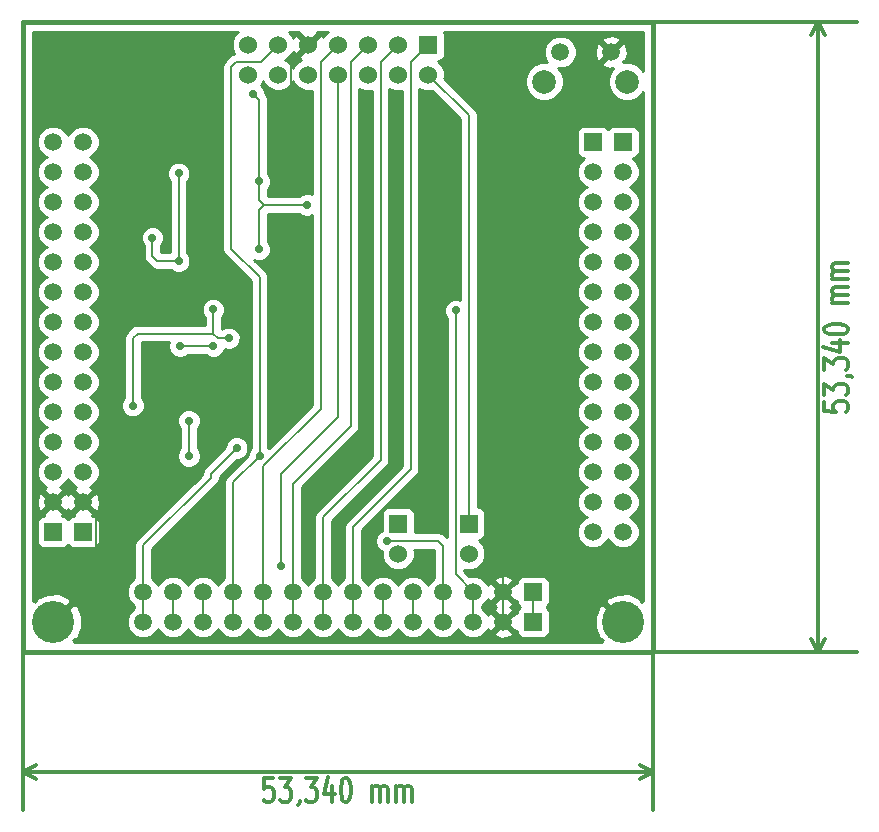
<source format=gbl>
G04 (created by PCBNEW (2013-mar-13)-testing) date Fri 28 Jun 2013 12:11:23 PM CEST*
%MOIN*%
G04 Gerber Fmt 3.4, Leading zero omitted, Abs format*
%FSLAX34Y34*%
G01*
G70*
G90*
G04 APERTURE LIST*
%ADD10C,0.005906*%
%ADD11C,0.015000*%
%ADD12C,0.012000*%
%ADD13C,0.140000*%
%ADD14R,0.060000X0.060000*%
%ADD15C,0.060000*%
%ADD16C,0.059100*%
%ADD17C,0.078700*%
%ADD18R,0.059100X0.059100*%
%ADD19C,0.028000*%
%ADD20C,0.008000*%
%ADD21C,0.010000*%
G04 APERTURE END LIST*
G54D10*
G54D11*
X32500Y-49500D02*
X32500Y-28500D01*
X11500Y-49500D02*
X32500Y-49500D01*
X11500Y-28500D02*
X11500Y-49500D01*
X32500Y-28500D02*
X11500Y-28500D01*
G54D12*
X19828Y-53700D02*
X19542Y-53700D01*
X19514Y-54081D01*
X19542Y-54043D01*
X19599Y-54005D01*
X19742Y-54005D01*
X19799Y-54043D01*
X19828Y-54081D01*
X19857Y-54158D01*
X19857Y-54348D01*
X19828Y-54424D01*
X19799Y-54462D01*
X19742Y-54500D01*
X19599Y-54500D01*
X19542Y-54462D01*
X19514Y-54424D01*
X20057Y-53700D02*
X20428Y-53700D01*
X20228Y-54005D01*
X20314Y-54005D01*
X20371Y-54043D01*
X20399Y-54081D01*
X20428Y-54158D01*
X20428Y-54348D01*
X20399Y-54424D01*
X20371Y-54462D01*
X20314Y-54500D01*
X20142Y-54500D01*
X20085Y-54462D01*
X20057Y-54424D01*
X20714Y-54462D02*
X20714Y-54500D01*
X20685Y-54577D01*
X20657Y-54615D01*
X20914Y-53700D02*
X21285Y-53700D01*
X21085Y-54005D01*
X21171Y-54005D01*
X21228Y-54043D01*
X21257Y-54081D01*
X21285Y-54158D01*
X21285Y-54348D01*
X21257Y-54424D01*
X21228Y-54462D01*
X21171Y-54500D01*
X21000Y-54500D01*
X20942Y-54462D01*
X20914Y-54424D01*
X21800Y-53967D02*
X21800Y-54500D01*
X21657Y-53662D02*
X21514Y-54234D01*
X21885Y-54234D01*
X22228Y-53700D02*
X22285Y-53700D01*
X22342Y-53739D01*
X22371Y-53777D01*
X22400Y-53853D01*
X22428Y-54005D01*
X22428Y-54196D01*
X22400Y-54348D01*
X22371Y-54424D01*
X22342Y-54462D01*
X22285Y-54500D01*
X22228Y-54500D01*
X22171Y-54462D01*
X22142Y-54424D01*
X22114Y-54348D01*
X22085Y-54196D01*
X22085Y-54005D01*
X22114Y-53853D01*
X22142Y-53777D01*
X22171Y-53739D01*
X22228Y-53700D01*
X23142Y-54500D02*
X23142Y-53967D01*
X23142Y-54043D02*
X23171Y-54005D01*
X23228Y-53967D01*
X23314Y-53967D01*
X23371Y-54005D01*
X23400Y-54081D01*
X23400Y-54500D01*
X23400Y-54081D02*
X23428Y-54005D01*
X23485Y-53967D01*
X23571Y-53967D01*
X23628Y-54005D01*
X23657Y-54081D01*
X23657Y-54500D01*
X23942Y-54500D02*
X23942Y-53967D01*
X23942Y-54043D02*
X23971Y-54005D01*
X24028Y-53967D01*
X24114Y-53967D01*
X24171Y-54005D01*
X24200Y-54081D01*
X24200Y-54500D01*
X24200Y-54081D02*
X24228Y-54005D01*
X24285Y-53967D01*
X24371Y-53967D01*
X24428Y-54005D01*
X24457Y-54081D01*
X24457Y-54500D01*
X11500Y-53499D02*
X32500Y-53499D01*
X11500Y-49500D02*
X11500Y-54779D01*
X32500Y-49500D02*
X32500Y-54779D01*
X32500Y-53499D02*
X32057Y-53729D01*
X32500Y-53499D02*
X32057Y-53269D01*
X11500Y-53499D02*
X11943Y-53729D01*
X11500Y-53499D02*
X11943Y-53269D01*
X38201Y-41171D02*
X38201Y-41457D01*
X38582Y-41485D01*
X38544Y-41457D01*
X38506Y-41400D01*
X38506Y-41257D01*
X38544Y-41200D01*
X38582Y-41171D01*
X38659Y-41142D01*
X38849Y-41142D01*
X38925Y-41171D01*
X38963Y-41200D01*
X39001Y-41257D01*
X39001Y-41400D01*
X38963Y-41457D01*
X38925Y-41485D01*
X38201Y-40942D02*
X38201Y-40571D01*
X38506Y-40771D01*
X38506Y-40685D01*
X38544Y-40628D01*
X38582Y-40600D01*
X38659Y-40571D01*
X38849Y-40571D01*
X38925Y-40600D01*
X38963Y-40628D01*
X39001Y-40685D01*
X39001Y-40857D01*
X38963Y-40914D01*
X38925Y-40942D01*
X38963Y-40285D02*
X39001Y-40285D01*
X39078Y-40314D01*
X39116Y-40342D01*
X38201Y-40085D02*
X38201Y-39714D01*
X38506Y-39914D01*
X38506Y-39828D01*
X38544Y-39771D01*
X38582Y-39742D01*
X38659Y-39714D01*
X38849Y-39714D01*
X38925Y-39742D01*
X38963Y-39771D01*
X39001Y-39828D01*
X39001Y-40000D01*
X38963Y-40057D01*
X38925Y-40085D01*
X38468Y-39200D02*
X39001Y-39200D01*
X38163Y-39342D02*
X38735Y-39485D01*
X38735Y-39114D01*
X38201Y-38771D02*
X38201Y-38714D01*
X38240Y-38657D01*
X38278Y-38628D01*
X38354Y-38600D01*
X38506Y-38571D01*
X38697Y-38571D01*
X38849Y-38600D01*
X38925Y-38628D01*
X38963Y-38657D01*
X39001Y-38714D01*
X39001Y-38771D01*
X38963Y-38828D01*
X38925Y-38857D01*
X38849Y-38885D01*
X38697Y-38914D01*
X38506Y-38914D01*
X38354Y-38885D01*
X38278Y-38857D01*
X38240Y-38828D01*
X38201Y-38771D01*
X39001Y-37857D02*
X38468Y-37857D01*
X38544Y-37857D02*
X38506Y-37828D01*
X38468Y-37771D01*
X38468Y-37685D01*
X38506Y-37628D01*
X38582Y-37599D01*
X39001Y-37599D01*
X38582Y-37599D02*
X38506Y-37571D01*
X38468Y-37514D01*
X38468Y-37428D01*
X38506Y-37371D01*
X38582Y-37342D01*
X39001Y-37342D01*
X39001Y-37057D02*
X38468Y-37057D01*
X38544Y-37057D02*
X38506Y-37028D01*
X38468Y-36971D01*
X38468Y-36885D01*
X38506Y-36828D01*
X38582Y-36799D01*
X39001Y-36799D01*
X38582Y-36799D02*
X38506Y-36771D01*
X38468Y-36714D01*
X38468Y-36628D01*
X38506Y-36571D01*
X38582Y-36542D01*
X39001Y-36542D01*
X38000Y-49500D02*
X38000Y-28500D01*
X32500Y-49500D02*
X39280Y-49500D01*
X32500Y-28500D02*
X39280Y-28500D01*
X38000Y-28500D02*
X38230Y-28943D01*
X38000Y-28500D02*
X37770Y-28943D01*
X38000Y-49500D02*
X38230Y-49057D01*
X38000Y-49500D02*
X37770Y-49057D01*
G54D13*
X12500Y-48500D03*
G54D14*
X26358Y-45221D03*
G54D15*
X26358Y-46221D03*
G54D14*
X23996Y-45221D03*
G54D15*
X23996Y-46221D03*
G54D13*
X31500Y-48500D03*
G54D16*
X31096Y-29500D03*
X29404Y-29500D03*
G54D17*
X31628Y-30484D03*
X28872Y-30484D03*
G54D16*
X13500Y-32500D03*
X13500Y-33500D03*
X13500Y-34500D03*
X13500Y-35500D03*
X13500Y-36500D03*
X13500Y-37500D03*
X13500Y-38500D03*
X13500Y-39500D03*
X13500Y-40500D03*
X13500Y-41500D03*
X13500Y-42500D03*
X13500Y-43500D03*
X13500Y-44500D03*
G54D18*
X13500Y-45500D03*
X12500Y-45500D03*
G54D16*
X12500Y-44500D03*
X12500Y-43500D03*
X12500Y-42500D03*
X12500Y-41500D03*
X12500Y-40500D03*
X12500Y-39500D03*
X12500Y-38500D03*
X12500Y-37500D03*
X12500Y-36500D03*
X12500Y-35500D03*
X12500Y-34500D03*
X12500Y-33500D03*
X12500Y-32500D03*
X15500Y-47500D03*
X16500Y-47500D03*
X17500Y-47500D03*
X18500Y-47500D03*
X19500Y-47500D03*
X20500Y-47500D03*
X21500Y-47500D03*
X22500Y-47500D03*
X23500Y-47500D03*
X24500Y-47500D03*
X25500Y-47500D03*
X26500Y-47500D03*
X27500Y-47500D03*
G54D18*
X28500Y-47500D03*
X28500Y-48500D03*
G54D16*
X27500Y-48500D03*
X26500Y-48500D03*
X25500Y-48500D03*
X24500Y-48500D03*
X23500Y-48500D03*
X22500Y-48500D03*
X21500Y-48500D03*
X20500Y-48500D03*
X19500Y-48500D03*
X18500Y-48500D03*
X17500Y-48500D03*
X16500Y-48500D03*
X15500Y-48500D03*
X30500Y-45500D03*
X30500Y-44500D03*
X30500Y-43500D03*
X30500Y-42500D03*
X30500Y-41500D03*
X30500Y-40500D03*
X30500Y-39500D03*
X30500Y-38500D03*
X30500Y-37500D03*
X30500Y-36500D03*
X30500Y-35500D03*
X30500Y-34500D03*
X30500Y-33500D03*
G54D18*
X30500Y-32500D03*
X31500Y-32500D03*
G54D16*
X31500Y-33500D03*
X31500Y-34500D03*
X31500Y-35500D03*
X31500Y-36500D03*
X31500Y-37500D03*
X31500Y-38500D03*
X31500Y-39500D03*
X31500Y-40500D03*
X31500Y-41500D03*
X31500Y-42500D03*
X31500Y-43500D03*
X31500Y-44500D03*
X31500Y-45500D03*
G54D14*
X25000Y-29250D03*
G54D15*
X25000Y-30250D03*
X24000Y-29250D03*
X24000Y-30250D03*
X23000Y-29250D03*
X23000Y-30250D03*
X22000Y-29250D03*
X22000Y-30250D03*
X21000Y-29250D03*
X21000Y-30250D03*
X20000Y-29250D03*
X20000Y-30250D03*
X19000Y-29250D03*
X19000Y-30250D03*
G54D19*
X18614Y-42695D03*
X16686Y-36468D03*
X15807Y-35684D03*
X17021Y-41783D03*
X17021Y-42964D03*
X16686Y-33545D03*
X16250Y-29200D03*
X17700Y-29200D03*
X17700Y-30250D03*
X15550Y-30250D03*
X16800Y-31800D03*
X17750Y-32750D03*
X14350Y-33200D03*
X14350Y-37000D03*
X14350Y-40700D03*
X19900Y-38800D03*
X20900Y-38800D03*
X22900Y-32800D03*
X23900Y-32800D03*
X25350Y-33550D03*
X25350Y-31750D03*
X25200Y-39850D03*
X25100Y-44450D03*
X22900Y-39650D03*
X21450Y-43950D03*
X15350Y-44700D03*
X16300Y-43750D03*
X18865Y-37754D03*
X14662Y-36468D03*
X14760Y-40209D03*
X14662Y-35188D03*
X19885Y-33805D03*
X18865Y-39304D03*
X27500Y-42984D03*
X20420Y-31410D03*
X19377Y-42956D03*
X23628Y-45800D03*
X15155Y-41288D03*
X17835Y-38080D03*
X18354Y-39043D03*
X16731Y-39304D03*
X17842Y-39304D03*
X20100Y-46640D03*
X25915Y-38114D03*
X19375Y-33805D03*
X20956Y-34597D03*
X19160Y-30889D03*
X19375Y-36073D03*
G54D20*
X28500Y-47500D02*
X28500Y-48500D01*
X15500Y-47500D02*
X15500Y-48500D01*
X17755Y-43554D02*
X18614Y-42695D01*
X17755Y-43692D02*
X17755Y-43554D01*
X15500Y-45947D02*
X17755Y-43692D01*
X15500Y-47500D02*
X15500Y-45947D01*
X17500Y-48500D02*
X17500Y-47500D01*
X16500Y-48500D02*
X16500Y-47500D01*
X15807Y-36308D02*
X15807Y-35684D01*
X15968Y-36468D02*
X15807Y-36308D01*
X16686Y-36468D02*
X15968Y-36468D01*
X17021Y-41783D02*
X17021Y-42964D01*
X16686Y-36468D02*
X16686Y-33545D01*
X17700Y-30250D02*
X17700Y-29200D01*
X15550Y-30550D02*
X15550Y-30250D01*
X16800Y-31800D02*
X15550Y-30550D01*
X14800Y-32750D02*
X17750Y-32750D01*
X14350Y-33200D02*
X14800Y-32750D01*
X14350Y-40700D02*
X14350Y-37000D01*
X20900Y-38800D02*
X19900Y-38800D01*
X25350Y-31750D02*
X25350Y-33550D01*
X25200Y-44350D02*
X25200Y-39850D01*
X25100Y-44450D02*
X25200Y-44350D01*
X22900Y-42500D02*
X22900Y-39650D01*
X21450Y-43950D02*
X22900Y-42500D01*
X13500Y-44500D02*
X14250Y-43750D01*
X14250Y-43750D02*
X16300Y-43750D01*
X27500Y-47500D02*
X27500Y-48500D01*
X14662Y-36468D02*
X14662Y-35188D01*
X20420Y-31050D02*
X20420Y-31410D01*
X18865Y-37754D02*
X18865Y-39304D01*
X14760Y-37494D02*
X14920Y-37334D01*
X14760Y-40209D02*
X14760Y-37494D01*
X27500Y-47500D02*
X27500Y-42984D01*
X14920Y-37080D02*
X14920Y-37334D01*
X14662Y-36822D02*
X14920Y-37080D01*
X14662Y-36468D02*
X14662Y-36822D01*
X20420Y-29829D02*
X21000Y-29250D01*
X20420Y-31050D02*
X20420Y-29829D01*
X18445Y-37334D02*
X14920Y-37334D01*
X18865Y-37754D02*
X18445Y-37334D01*
X14760Y-43239D02*
X14760Y-40209D01*
X13500Y-44500D02*
X14760Y-43239D01*
X13915Y-47084D02*
X12500Y-48500D01*
X13915Y-44915D02*
X13915Y-47084D01*
X13500Y-44500D02*
X13915Y-44915D01*
X20420Y-33271D02*
X20420Y-31410D01*
X19885Y-33805D02*
X20420Y-33271D01*
X26357Y-31607D02*
X26357Y-45220D01*
X25000Y-30250D02*
X26357Y-31607D01*
X18500Y-47500D02*
X18500Y-48500D01*
X18500Y-43834D02*
X19377Y-42956D01*
X18500Y-47500D02*
X18500Y-43834D01*
X19377Y-37010D02*
X19377Y-42956D01*
X18419Y-36052D02*
X19377Y-37010D01*
X18419Y-29990D02*
X18419Y-36052D01*
X18579Y-29829D02*
X18419Y-29990D01*
X19420Y-29829D02*
X18579Y-29829D01*
X20000Y-29250D02*
X19420Y-29829D01*
X25500Y-47500D02*
X25500Y-48500D01*
X25339Y-45800D02*
X23628Y-45800D01*
X25500Y-45960D02*
X25339Y-45800D01*
X25500Y-47500D02*
X25500Y-45960D01*
X24500Y-48500D02*
X24500Y-47500D01*
X15316Y-38883D02*
X17835Y-38883D01*
X15155Y-39043D02*
X15316Y-38883D01*
X15155Y-41288D02*
X15155Y-39043D01*
X17835Y-38883D02*
X17835Y-38080D01*
X17996Y-39043D02*
X18354Y-39043D01*
X17835Y-38883D02*
X17996Y-39043D01*
X16731Y-39304D02*
X17842Y-39304D01*
X19500Y-47500D02*
X19500Y-48500D01*
X21420Y-29829D02*
X22000Y-29250D01*
X21420Y-41394D02*
X21420Y-29829D01*
X19500Y-43314D02*
X21420Y-41394D01*
X19500Y-47500D02*
X19500Y-43314D01*
X21500Y-47500D02*
X21500Y-48500D01*
X23420Y-29829D02*
X24000Y-29250D01*
X23420Y-43088D02*
X23420Y-29829D01*
X21500Y-45008D02*
X23420Y-43088D01*
X21500Y-47500D02*
X21500Y-45008D01*
X22500Y-47500D02*
X22500Y-48500D01*
X24420Y-29829D02*
X25000Y-29250D01*
X24420Y-43408D02*
X24420Y-29829D01*
X22500Y-45328D02*
X24420Y-43408D01*
X22500Y-47500D02*
X22500Y-45328D01*
X23500Y-47500D02*
X23500Y-48500D01*
X22000Y-41672D02*
X22000Y-30250D01*
X20100Y-43572D02*
X22000Y-41672D01*
X20100Y-46640D02*
X20100Y-43572D01*
X20500Y-47500D02*
X20500Y-48500D01*
X22420Y-29829D02*
X23000Y-29250D01*
X22420Y-41968D02*
X22420Y-29829D01*
X20500Y-43888D02*
X22420Y-41968D01*
X20500Y-47500D02*
X20500Y-43888D01*
X26500Y-47500D02*
X26500Y-48500D01*
X25915Y-46915D02*
X25915Y-38114D01*
X26500Y-47500D02*
X25915Y-46915D01*
X20956Y-34597D02*
X19536Y-34597D01*
X19375Y-31105D02*
X19160Y-30889D01*
X19375Y-33805D02*
X19375Y-31105D01*
X19375Y-34757D02*
X19375Y-36073D01*
X19536Y-34597D02*
X19375Y-34757D01*
X19375Y-34437D02*
X19536Y-34597D01*
X19375Y-33805D02*
X19375Y-34437D01*
G54D10*
G36*
X21130Y-34247D02*
X21033Y-34207D01*
X20878Y-34207D01*
X20735Y-34266D01*
X20694Y-34307D01*
X19665Y-34307D01*
X19665Y-34066D01*
X19706Y-34026D01*
X19765Y-33883D01*
X19766Y-33728D01*
X19706Y-33584D01*
X19665Y-33543D01*
X19665Y-31105D01*
X19665Y-31105D01*
X19665Y-31105D01*
X19647Y-31012D01*
X19643Y-30994D01*
X19643Y-30994D01*
X19581Y-30900D01*
X19550Y-30869D01*
X19550Y-30812D01*
X19490Y-30668D01*
X19424Y-30602D01*
X19465Y-30561D01*
X19499Y-30480D01*
X19533Y-30561D01*
X19688Y-30715D01*
X19890Y-30799D01*
X20108Y-30800D01*
X20311Y-30716D01*
X20465Y-30561D01*
X20499Y-30480D01*
X20533Y-30561D01*
X20688Y-30715D01*
X20890Y-30799D01*
X21108Y-30800D01*
X21130Y-30791D01*
X21130Y-34247D01*
X21130Y-34247D01*
G37*
G54D21*
X21130Y-34247D02*
X21033Y-34207D01*
X20878Y-34207D01*
X20735Y-34266D01*
X20694Y-34307D01*
X19665Y-34307D01*
X19665Y-34066D01*
X19706Y-34026D01*
X19765Y-33883D01*
X19766Y-33728D01*
X19706Y-33584D01*
X19665Y-33543D01*
X19665Y-31105D01*
X19665Y-31105D01*
X19665Y-31105D01*
X19647Y-31012D01*
X19643Y-30994D01*
X19643Y-30994D01*
X19581Y-30900D01*
X19550Y-30869D01*
X19550Y-30812D01*
X19490Y-30668D01*
X19424Y-30602D01*
X19465Y-30561D01*
X19499Y-30480D01*
X19533Y-30561D01*
X19688Y-30715D01*
X19890Y-30799D01*
X20108Y-30800D01*
X20311Y-30716D01*
X20465Y-30561D01*
X20499Y-30480D01*
X20533Y-30561D01*
X20688Y-30715D01*
X20890Y-30799D01*
X21108Y-30800D01*
X21130Y-30791D01*
X21130Y-34247D01*
G54D10*
G36*
X21130Y-41274D02*
X19688Y-42715D01*
X19667Y-42694D01*
X19667Y-37010D01*
X19667Y-37010D01*
X19657Y-36957D01*
X19645Y-36899D01*
X19645Y-36899D01*
X19645Y-36899D01*
X19610Y-36846D01*
X19583Y-36805D01*
X19583Y-36805D01*
X19583Y-36805D01*
X19583Y-36805D01*
X19201Y-36423D01*
X19298Y-36463D01*
X19453Y-36463D01*
X19596Y-36404D01*
X19706Y-36295D01*
X19765Y-36151D01*
X19766Y-35996D01*
X19706Y-35853D01*
X19665Y-35812D01*
X19665Y-34887D01*
X20694Y-34887D01*
X20734Y-34927D01*
X20878Y-34987D01*
X21033Y-34987D01*
X21130Y-34947D01*
X21130Y-41274D01*
X21130Y-41274D01*
G37*
G54D21*
X21130Y-41274D02*
X19688Y-42715D01*
X19667Y-42694D01*
X19667Y-37010D01*
X19667Y-37010D01*
X19657Y-36957D01*
X19645Y-36899D01*
X19645Y-36899D01*
X19645Y-36899D01*
X19610Y-36846D01*
X19583Y-36805D01*
X19583Y-36805D01*
X19583Y-36805D01*
X19583Y-36805D01*
X19201Y-36423D01*
X19298Y-36463D01*
X19453Y-36463D01*
X19596Y-36404D01*
X19706Y-36295D01*
X19765Y-36151D01*
X19766Y-35996D01*
X19706Y-35853D01*
X19665Y-35812D01*
X19665Y-34887D01*
X20694Y-34887D01*
X20734Y-34927D01*
X20878Y-34987D01*
X21033Y-34987D01*
X21130Y-34947D01*
X21130Y-41274D01*
G54D10*
G36*
X21647Y-28825D02*
X21534Y-28938D01*
X21502Y-29013D01*
X21481Y-28962D01*
X21385Y-28934D01*
X21070Y-29250D01*
X21076Y-29255D01*
X21005Y-29326D01*
X21000Y-29320D01*
X20684Y-29635D01*
X20712Y-29731D01*
X20767Y-29750D01*
X20688Y-29783D01*
X20534Y-29938D01*
X20500Y-30019D01*
X20466Y-29938D01*
X20311Y-29784D01*
X20230Y-29750D01*
X20311Y-29716D01*
X20465Y-29561D01*
X20497Y-29486D01*
X20518Y-29537D01*
X20614Y-29565D01*
X20929Y-29250D01*
X20614Y-28934D01*
X20518Y-28962D01*
X20499Y-29017D01*
X20466Y-28938D01*
X20352Y-28825D01*
X20696Y-28825D01*
X20684Y-28864D01*
X21000Y-29179D01*
X21315Y-28864D01*
X21303Y-28825D01*
X21647Y-28825D01*
X21647Y-28825D01*
G37*
G54D21*
X21647Y-28825D02*
X21534Y-28938D01*
X21502Y-29013D01*
X21481Y-28962D01*
X21385Y-28934D01*
X21070Y-29250D01*
X21076Y-29255D01*
X21005Y-29326D01*
X21000Y-29320D01*
X20684Y-29635D01*
X20712Y-29731D01*
X20767Y-29750D01*
X20688Y-29783D01*
X20534Y-29938D01*
X20500Y-30019D01*
X20466Y-29938D01*
X20311Y-29784D01*
X20230Y-29750D01*
X20311Y-29716D01*
X20465Y-29561D01*
X20497Y-29486D01*
X20518Y-29537D01*
X20614Y-29565D01*
X20929Y-29250D01*
X20614Y-28934D01*
X20518Y-28962D01*
X20499Y-29017D01*
X20466Y-28938D01*
X20352Y-28825D01*
X20696Y-28825D01*
X20684Y-28864D01*
X21000Y-29179D01*
X21315Y-28864D01*
X21303Y-28825D01*
X21647Y-28825D01*
G54D10*
G36*
X23130Y-42968D02*
X21294Y-44803D01*
X21232Y-44897D01*
X21210Y-45008D01*
X21210Y-47029D01*
X21191Y-47037D01*
X21037Y-47190D01*
X21000Y-47281D01*
X20962Y-47191D01*
X20809Y-47037D01*
X20790Y-47029D01*
X20790Y-44008D01*
X22625Y-42173D01*
X22687Y-42079D01*
X22710Y-41968D01*
X22710Y-30725D01*
X22890Y-30799D01*
X23108Y-30800D01*
X23130Y-30791D01*
X23130Y-42968D01*
X23130Y-42968D01*
G37*
G54D21*
X23130Y-42968D02*
X21294Y-44803D01*
X21232Y-44897D01*
X21210Y-45008D01*
X21210Y-47029D01*
X21191Y-47037D01*
X21037Y-47190D01*
X21000Y-47281D01*
X20962Y-47191D01*
X20809Y-47037D01*
X20790Y-47029D01*
X20790Y-44008D01*
X22625Y-42173D01*
X22687Y-42079D01*
X22710Y-41968D01*
X22710Y-30725D01*
X22890Y-30799D01*
X23108Y-30800D01*
X23130Y-30791D01*
X23130Y-42968D01*
G54D10*
G36*
X24130Y-43288D02*
X22294Y-45123D01*
X22232Y-45217D01*
X22210Y-45328D01*
X22210Y-47029D01*
X22191Y-47037D01*
X22037Y-47190D01*
X22000Y-47281D01*
X21962Y-47191D01*
X21809Y-47037D01*
X21790Y-47029D01*
X21790Y-45128D01*
X23625Y-43293D01*
X23687Y-43199D01*
X23710Y-43088D01*
X23710Y-30725D01*
X23890Y-30799D01*
X24108Y-30800D01*
X24130Y-30791D01*
X24130Y-43288D01*
X24130Y-43288D01*
G37*
G54D21*
X24130Y-43288D02*
X22294Y-45123D01*
X22232Y-45217D01*
X22210Y-45328D01*
X22210Y-47029D01*
X22191Y-47037D01*
X22037Y-47190D01*
X22000Y-47281D01*
X21962Y-47191D01*
X21809Y-47037D01*
X21790Y-47029D01*
X21790Y-45128D01*
X23625Y-43293D01*
X23687Y-43199D01*
X23710Y-43088D01*
X23710Y-30725D01*
X23890Y-30799D01*
X24108Y-30800D01*
X24130Y-30791D01*
X24130Y-43288D01*
G54D10*
G36*
X26067Y-37755D02*
X25993Y-37724D01*
X25838Y-37724D01*
X25694Y-37783D01*
X25585Y-37893D01*
X25525Y-38036D01*
X25525Y-38191D01*
X25584Y-38335D01*
X25625Y-38376D01*
X25625Y-45676D01*
X25545Y-45595D01*
X25450Y-45532D01*
X25339Y-45510D01*
X24546Y-45510D01*
X24546Y-45471D01*
X24546Y-44871D01*
X24507Y-44779D01*
X24437Y-44709D01*
X24345Y-44671D01*
X24246Y-44671D01*
X23646Y-44671D01*
X23554Y-44709D01*
X23484Y-44779D01*
X23446Y-44871D01*
X23446Y-44970D01*
X23446Y-45454D01*
X23407Y-45470D01*
X23297Y-45579D01*
X23238Y-45722D01*
X23238Y-45878D01*
X23297Y-46021D01*
X23407Y-46131D01*
X23446Y-46147D01*
X23445Y-46329D01*
X23529Y-46532D01*
X23684Y-46686D01*
X23886Y-46770D01*
X24104Y-46771D01*
X24307Y-46687D01*
X24461Y-46532D01*
X24545Y-46330D01*
X24546Y-46112D01*
X24537Y-46090D01*
X25210Y-46090D01*
X25210Y-47029D01*
X25191Y-47037D01*
X25037Y-47190D01*
X25000Y-47281D01*
X24962Y-47191D01*
X24809Y-47037D01*
X24608Y-46954D01*
X24391Y-46954D01*
X24191Y-47037D01*
X24037Y-47190D01*
X24000Y-47281D01*
X23962Y-47191D01*
X23809Y-47037D01*
X23608Y-46954D01*
X23391Y-46954D01*
X23191Y-47037D01*
X23037Y-47190D01*
X23000Y-47281D01*
X22962Y-47191D01*
X22809Y-47037D01*
X22790Y-47029D01*
X22790Y-45448D01*
X24625Y-43613D01*
X24687Y-43519D01*
X24710Y-43408D01*
X24710Y-30725D01*
X24890Y-30799D01*
X25108Y-30800D01*
X25130Y-30791D01*
X26067Y-31728D01*
X26067Y-37755D01*
X26067Y-37755D01*
G37*
G54D21*
X26067Y-37755D02*
X25993Y-37724D01*
X25838Y-37724D01*
X25694Y-37783D01*
X25585Y-37893D01*
X25525Y-38036D01*
X25525Y-38191D01*
X25584Y-38335D01*
X25625Y-38376D01*
X25625Y-45676D01*
X25545Y-45595D01*
X25450Y-45532D01*
X25339Y-45510D01*
X24546Y-45510D01*
X24546Y-45471D01*
X24546Y-44871D01*
X24507Y-44779D01*
X24437Y-44709D01*
X24345Y-44671D01*
X24246Y-44671D01*
X23646Y-44671D01*
X23554Y-44709D01*
X23484Y-44779D01*
X23446Y-44871D01*
X23446Y-44970D01*
X23446Y-45454D01*
X23407Y-45470D01*
X23297Y-45579D01*
X23238Y-45722D01*
X23238Y-45878D01*
X23297Y-46021D01*
X23407Y-46131D01*
X23446Y-46147D01*
X23445Y-46329D01*
X23529Y-46532D01*
X23684Y-46686D01*
X23886Y-46770D01*
X24104Y-46771D01*
X24307Y-46687D01*
X24461Y-46532D01*
X24545Y-46330D01*
X24546Y-46112D01*
X24537Y-46090D01*
X25210Y-46090D01*
X25210Y-47029D01*
X25191Y-47037D01*
X25037Y-47190D01*
X25000Y-47281D01*
X24962Y-47191D01*
X24809Y-47037D01*
X24608Y-46954D01*
X24391Y-46954D01*
X24191Y-47037D01*
X24037Y-47190D01*
X24000Y-47281D01*
X23962Y-47191D01*
X23809Y-47037D01*
X23608Y-46954D01*
X23391Y-46954D01*
X23191Y-47037D01*
X23037Y-47190D01*
X23000Y-47281D01*
X22962Y-47191D01*
X22809Y-47037D01*
X22790Y-47029D01*
X22790Y-45448D01*
X24625Y-43613D01*
X24687Y-43519D01*
X24710Y-43408D01*
X24710Y-30725D01*
X24890Y-30799D01*
X25108Y-30800D01*
X25130Y-30791D01*
X26067Y-31728D01*
X26067Y-37755D01*
G54D10*
G36*
X32175Y-47806D02*
X32148Y-47780D01*
X32104Y-47824D01*
X32045Y-47719D01*
X32045Y-45391D01*
X31962Y-45191D01*
X31809Y-45037D01*
X31718Y-45000D01*
X31808Y-44962D01*
X31962Y-44809D01*
X32045Y-44608D01*
X32045Y-44391D01*
X31962Y-44191D01*
X31809Y-44037D01*
X31718Y-44000D01*
X31808Y-43962D01*
X31962Y-43809D01*
X32045Y-43608D01*
X32045Y-43391D01*
X31962Y-43191D01*
X31809Y-43037D01*
X31718Y-43000D01*
X31808Y-42962D01*
X31962Y-42809D01*
X32045Y-42608D01*
X32045Y-42391D01*
X31962Y-42191D01*
X31809Y-42037D01*
X31718Y-42000D01*
X31808Y-41962D01*
X31962Y-41809D01*
X32045Y-41608D01*
X32045Y-41391D01*
X31962Y-41191D01*
X31809Y-41037D01*
X31718Y-41000D01*
X31808Y-40962D01*
X31962Y-40809D01*
X32045Y-40608D01*
X32045Y-40391D01*
X31962Y-40191D01*
X31809Y-40037D01*
X31718Y-40000D01*
X31808Y-39962D01*
X31962Y-39809D01*
X32045Y-39608D01*
X32045Y-39391D01*
X31962Y-39191D01*
X31809Y-39037D01*
X31718Y-39000D01*
X31808Y-38962D01*
X31962Y-38809D01*
X32045Y-38608D01*
X32045Y-38391D01*
X31962Y-38191D01*
X31809Y-38037D01*
X31718Y-38000D01*
X31808Y-37962D01*
X31962Y-37809D01*
X32045Y-37608D01*
X32045Y-37391D01*
X31962Y-37191D01*
X31809Y-37037D01*
X31718Y-37000D01*
X31808Y-36962D01*
X31962Y-36809D01*
X32045Y-36608D01*
X32045Y-36391D01*
X31962Y-36191D01*
X31809Y-36037D01*
X31718Y-36000D01*
X31808Y-35962D01*
X31962Y-35809D01*
X32045Y-35608D01*
X32045Y-35391D01*
X31962Y-35191D01*
X31809Y-35037D01*
X31718Y-35000D01*
X31808Y-34962D01*
X31962Y-34809D01*
X32045Y-34608D01*
X32045Y-34391D01*
X31962Y-34191D01*
X31809Y-34037D01*
X31718Y-34000D01*
X31808Y-33962D01*
X31962Y-33809D01*
X32045Y-33608D01*
X32045Y-33391D01*
X31962Y-33191D01*
X31817Y-33045D01*
X31845Y-33045D01*
X31937Y-33007D01*
X32007Y-32937D01*
X32045Y-32845D01*
X32045Y-32745D01*
X32045Y-32154D01*
X32007Y-32062D01*
X31937Y-31992D01*
X31845Y-31954D01*
X31745Y-31954D01*
X31154Y-31954D01*
X31062Y-31992D01*
X30999Y-32055D01*
X30937Y-31992D01*
X30845Y-31954D01*
X30745Y-31954D01*
X30154Y-31954D01*
X30062Y-31992D01*
X29992Y-32062D01*
X29954Y-32154D01*
X29954Y-32254D01*
X29954Y-32845D01*
X29992Y-32937D01*
X30062Y-33007D01*
X30154Y-33045D01*
X30183Y-33045D01*
X30037Y-33190D01*
X29954Y-33391D01*
X29954Y-33608D01*
X30037Y-33808D01*
X30190Y-33962D01*
X30281Y-33999D01*
X30191Y-34037D01*
X30037Y-34190D01*
X29954Y-34391D01*
X29954Y-34608D01*
X30037Y-34808D01*
X30190Y-34962D01*
X30281Y-34999D01*
X30191Y-35037D01*
X30037Y-35190D01*
X29954Y-35391D01*
X29954Y-35608D01*
X30037Y-35808D01*
X30190Y-35962D01*
X30281Y-35999D01*
X30191Y-36037D01*
X30037Y-36190D01*
X29954Y-36391D01*
X29954Y-36608D01*
X30037Y-36808D01*
X30190Y-36962D01*
X30281Y-36999D01*
X30191Y-37037D01*
X30037Y-37190D01*
X29954Y-37391D01*
X29954Y-37608D01*
X30037Y-37808D01*
X30190Y-37962D01*
X30281Y-37999D01*
X30191Y-38037D01*
X30037Y-38190D01*
X29954Y-38391D01*
X29954Y-38608D01*
X30037Y-38808D01*
X30190Y-38962D01*
X30281Y-38999D01*
X30191Y-39037D01*
X30037Y-39190D01*
X29954Y-39391D01*
X29954Y-39608D01*
X30037Y-39808D01*
X30190Y-39962D01*
X30281Y-39999D01*
X30191Y-40037D01*
X30037Y-40190D01*
X29954Y-40391D01*
X29954Y-40608D01*
X30037Y-40808D01*
X30190Y-40962D01*
X30281Y-40999D01*
X30191Y-41037D01*
X30037Y-41190D01*
X29954Y-41391D01*
X29954Y-41608D01*
X30037Y-41808D01*
X30190Y-41962D01*
X30281Y-41999D01*
X30191Y-42037D01*
X30037Y-42190D01*
X29954Y-42391D01*
X29954Y-42608D01*
X30037Y-42808D01*
X30190Y-42962D01*
X30281Y-42999D01*
X30191Y-43037D01*
X30037Y-43190D01*
X29954Y-43391D01*
X29954Y-43608D01*
X30037Y-43808D01*
X30190Y-43962D01*
X30281Y-43999D01*
X30191Y-44037D01*
X30037Y-44190D01*
X29954Y-44391D01*
X29954Y-44608D01*
X30037Y-44808D01*
X30190Y-44962D01*
X30281Y-44999D01*
X30191Y-45037D01*
X30037Y-45190D01*
X29954Y-45391D01*
X29954Y-45608D01*
X30037Y-45808D01*
X30190Y-45962D01*
X30391Y-46045D01*
X30608Y-46045D01*
X30808Y-45962D01*
X30962Y-45809D01*
X30999Y-45718D01*
X31037Y-45808D01*
X31190Y-45962D01*
X31391Y-46045D01*
X31608Y-46045D01*
X31808Y-45962D01*
X31962Y-45809D01*
X32045Y-45608D01*
X32045Y-45391D01*
X32045Y-47719D01*
X32028Y-47688D01*
X31677Y-47547D01*
X31299Y-47552D01*
X30971Y-47688D01*
X30895Y-47824D01*
X31500Y-48429D01*
X31505Y-48423D01*
X31576Y-48494D01*
X31570Y-48500D01*
X31576Y-48505D01*
X31505Y-48576D01*
X31500Y-48570D01*
X31494Y-48576D01*
X31429Y-48511D01*
X31423Y-48505D01*
X31429Y-48500D01*
X30824Y-47895D01*
X30688Y-47971D01*
X30547Y-48322D01*
X30552Y-48700D01*
X30688Y-49028D01*
X30824Y-49104D01*
X30780Y-49148D01*
X30806Y-49175D01*
X29949Y-49175D01*
X29949Y-29391D01*
X29866Y-29191D01*
X29713Y-29037D01*
X29512Y-28954D01*
X29295Y-28954D01*
X29095Y-29037D01*
X28941Y-29190D01*
X28858Y-29391D01*
X28858Y-29608D01*
X28941Y-29808D01*
X28973Y-29840D01*
X28744Y-29840D01*
X28507Y-29938D01*
X28326Y-30119D01*
X28228Y-30355D01*
X28228Y-30611D01*
X28326Y-30848D01*
X28507Y-31029D01*
X28743Y-31127D01*
X28999Y-31127D01*
X29236Y-31029D01*
X29417Y-30848D01*
X29515Y-30612D01*
X29515Y-30356D01*
X29417Y-30119D01*
X29343Y-30045D01*
X29512Y-30045D01*
X29712Y-29962D01*
X29866Y-29809D01*
X29949Y-29608D01*
X29949Y-29391D01*
X29949Y-49175D01*
X29045Y-49175D01*
X29045Y-48845D01*
X29045Y-48745D01*
X29045Y-48154D01*
X29007Y-48062D01*
X28944Y-47999D01*
X29007Y-47937D01*
X29045Y-47845D01*
X29045Y-47745D01*
X29045Y-47154D01*
X29007Y-47062D01*
X28937Y-46992D01*
X28845Y-46954D01*
X28745Y-46954D01*
X28154Y-46954D01*
X28062Y-46992D01*
X27992Y-47062D01*
X27954Y-47154D01*
X27954Y-47208D01*
X27882Y-47188D01*
X27811Y-47258D01*
X27811Y-47117D01*
X27785Y-47022D01*
X27580Y-46949D01*
X27363Y-46960D01*
X27214Y-47022D01*
X27188Y-47117D01*
X27500Y-47429D01*
X27811Y-47117D01*
X27811Y-47258D01*
X27570Y-47500D01*
X27882Y-47811D01*
X27954Y-47791D01*
X27954Y-47845D01*
X27992Y-47937D01*
X28055Y-48000D01*
X27992Y-48062D01*
X27954Y-48154D01*
X27954Y-48208D01*
X27882Y-48188D01*
X27811Y-48258D01*
X27811Y-48117D01*
X27785Y-48022D01*
X27726Y-48001D01*
X27785Y-47977D01*
X27811Y-47882D01*
X27500Y-47570D01*
X27188Y-47882D01*
X27214Y-47977D01*
X27273Y-47998D01*
X27214Y-48022D01*
X27188Y-48117D01*
X27500Y-48429D01*
X27811Y-48117D01*
X27811Y-48258D01*
X27570Y-48500D01*
X27882Y-48811D01*
X27954Y-48791D01*
X27954Y-48845D01*
X27992Y-48937D01*
X28062Y-49007D01*
X28154Y-49045D01*
X28254Y-49045D01*
X28845Y-49045D01*
X28937Y-49007D01*
X29007Y-48937D01*
X29045Y-48845D01*
X29045Y-49175D01*
X27811Y-49175D01*
X27811Y-48882D01*
X27500Y-48570D01*
X27188Y-48882D01*
X27214Y-48977D01*
X27419Y-49050D01*
X27636Y-49039D01*
X27785Y-48977D01*
X27811Y-48882D01*
X27811Y-49175D01*
X14050Y-49175D01*
X14050Y-44580D01*
X14045Y-44488D01*
X14045Y-43391D01*
X13962Y-43191D01*
X13809Y-43037D01*
X13718Y-43000D01*
X13808Y-42962D01*
X13962Y-42809D01*
X14045Y-42608D01*
X14045Y-42391D01*
X13962Y-42191D01*
X13809Y-42037D01*
X13718Y-42000D01*
X13808Y-41962D01*
X13962Y-41809D01*
X14045Y-41608D01*
X14045Y-41391D01*
X13962Y-41191D01*
X13809Y-41037D01*
X13718Y-41000D01*
X13808Y-40962D01*
X13962Y-40809D01*
X14045Y-40608D01*
X14045Y-40391D01*
X13962Y-40191D01*
X13809Y-40037D01*
X13718Y-40000D01*
X13808Y-39962D01*
X13962Y-39809D01*
X14045Y-39608D01*
X14045Y-39391D01*
X13962Y-39191D01*
X13809Y-39037D01*
X13718Y-39000D01*
X13808Y-38962D01*
X13962Y-38809D01*
X14045Y-38608D01*
X14045Y-38391D01*
X13962Y-38191D01*
X13809Y-38037D01*
X13718Y-38000D01*
X13808Y-37962D01*
X13962Y-37809D01*
X14045Y-37608D01*
X14045Y-37391D01*
X13962Y-37191D01*
X13809Y-37037D01*
X13718Y-37000D01*
X13808Y-36962D01*
X13962Y-36809D01*
X14045Y-36608D01*
X14045Y-36391D01*
X13962Y-36191D01*
X13809Y-36037D01*
X13718Y-36000D01*
X13808Y-35962D01*
X13962Y-35809D01*
X14045Y-35608D01*
X14045Y-35391D01*
X13962Y-35191D01*
X13809Y-35037D01*
X13718Y-35000D01*
X13808Y-34962D01*
X13962Y-34809D01*
X14045Y-34608D01*
X14045Y-34391D01*
X13962Y-34191D01*
X13809Y-34037D01*
X13718Y-34000D01*
X13808Y-33962D01*
X13962Y-33809D01*
X14045Y-33608D01*
X14045Y-33391D01*
X13962Y-33191D01*
X13809Y-33037D01*
X13718Y-33000D01*
X13808Y-32962D01*
X13962Y-32809D01*
X14045Y-32608D01*
X14045Y-32391D01*
X13962Y-32191D01*
X13809Y-32037D01*
X13608Y-31954D01*
X13391Y-31954D01*
X13191Y-32037D01*
X13037Y-32190D01*
X13000Y-32281D01*
X12962Y-32191D01*
X12809Y-32037D01*
X12608Y-31954D01*
X12391Y-31954D01*
X12191Y-32037D01*
X12037Y-32190D01*
X11954Y-32391D01*
X11954Y-32608D01*
X12037Y-32808D01*
X12190Y-32962D01*
X12281Y-32999D01*
X12191Y-33037D01*
X12037Y-33190D01*
X11954Y-33391D01*
X11954Y-33608D01*
X12037Y-33808D01*
X12190Y-33962D01*
X12281Y-33999D01*
X12191Y-34037D01*
X12037Y-34190D01*
X11954Y-34391D01*
X11954Y-34608D01*
X12037Y-34808D01*
X12190Y-34962D01*
X12281Y-34999D01*
X12191Y-35037D01*
X12037Y-35190D01*
X11954Y-35391D01*
X11954Y-35608D01*
X12037Y-35808D01*
X12190Y-35962D01*
X12281Y-35999D01*
X12191Y-36037D01*
X12037Y-36190D01*
X11954Y-36391D01*
X11954Y-36608D01*
X12037Y-36808D01*
X12190Y-36962D01*
X12281Y-36999D01*
X12191Y-37037D01*
X12037Y-37190D01*
X11954Y-37391D01*
X11954Y-37608D01*
X12037Y-37808D01*
X12190Y-37962D01*
X12281Y-37999D01*
X12191Y-38037D01*
X12037Y-38190D01*
X11954Y-38391D01*
X11954Y-38608D01*
X12037Y-38808D01*
X12190Y-38962D01*
X12281Y-38999D01*
X12191Y-39037D01*
X12037Y-39190D01*
X11954Y-39391D01*
X11954Y-39608D01*
X12037Y-39808D01*
X12190Y-39962D01*
X12281Y-39999D01*
X12191Y-40037D01*
X12037Y-40190D01*
X11954Y-40391D01*
X11954Y-40608D01*
X12037Y-40808D01*
X12190Y-40962D01*
X12281Y-40999D01*
X12191Y-41037D01*
X12037Y-41190D01*
X11954Y-41391D01*
X11954Y-41608D01*
X12037Y-41808D01*
X12190Y-41962D01*
X12281Y-41999D01*
X12191Y-42037D01*
X12037Y-42190D01*
X11954Y-42391D01*
X11954Y-42608D01*
X12037Y-42808D01*
X12190Y-42962D01*
X12281Y-42999D01*
X12191Y-43037D01*
X12037Y-43190D01*
X11954Y-43391D01*
X11954Y-43608D01*
X12037Y-43808D01*
X12190Y-43962D01*
X12275Y-43997D01*
X12214Y-44022D01*
X12188Y-44117D01*
X12500Y-44429D01*
X12811Y-44117D01*
X12785Y-44022D01*
X12720Y-43999D01*
X12808Y-43962D01*
X12962Y-43809D01*
X12999Y-43718D01*
X13037Y-43808D01*
X13190Y-43962D01*
X13275Y-43997D01*
X13214Y-44022D01*
X13188Y-44117D01*
X13500Y-44429D01*
X13811Y-44117D01*
X13785Y-44022D01*
X13720Y-43999D01*
X13808Y-43962D01*
X13962Y-43809D01*
X14045Y-43608D01*
X14045Y-43391D01*
X14045Y-44488D01*
X14039Y-44363D01*
X13977Y-44214D01*
X13882Y-44188D01*
X13570Y-44500D01*
X13882Y-44811D01*
X13977Y-44785D01*
X14050Y-44580D01*
X14050Y-49175D01*
X14045Y-49175D01*
X14045Y-45845D01*
X14045Y-45745D01*
X14045Y-45154D01*
X14007Y-45062D01*
X13937Y-44992D01*
X13845Y-44954D01*
X13791Y-44954D01*
X13811Y-44882D01*
X13500Y-44570D01*
X13429Y-44641D01*
X13429Y-44500D01*
X13117Y-44188D01*
X13022Y-44214D01*
X13001Y-44273D01*
X12977Y-44214D01*
X12882Y-44188D01*
X12570Y-44500D01*
X12882Y-44811D01*
X12977Y-44785D01*
X12998Y-44726D01*
X13022Y-44785D01*
X13117Y-44811D01*
X13429Y-44500D01*
X13429Y-44641D01*
X13188Y-44882D01*
X13208Y-44954D01*
X13154Y-44954D01*
X13062Y-44992D01*
X12999Y-45055D01*
X12937Y-44992D01*
X12845Y-44954D01*
X12791Y-44954D01*
X12811Y-44882D01*
X12500Y-44570D01*
X12429Y-44641D01*
X12429Y-44500D01*
X12117Y-44188D01*
X12022Y-44214D01*
X11949Y-44419D01*
X11960Y-44636D01*
X12022Y-44785D01*
X12117Y-44811D01*
X12429Y-44500D01*
X12429Y-44641D01*
X12188Y-44882D01*
X12208Y-44954D01*
X12154Y-44954D01*
X12062Y-44992D01*
X11992Y-45062D01*
X11954Y-45154D01*
X11954Y-45254D01*
X11954Y-45845D01*
X11992Y-45937D01*
X12062Y-46007D01*
X12154Y-46045D01*
X12254Y-46045D01*
X12845Y-46045D01*
X12937Y-46007D01*
X13000Y-45944D01*
X13062Y-46007D01*
X13154Y-46045D01*
X13254Y-46045D01*
X13845Y-46045D01*
X13937Y-46007D01*
X14007Y-45937D01*
X14045Y-45845D01*
X14045Y-49175D01*
X13452Y-49175D01*
X13193Y-49175D01*
X13219Y-49148D01*
X13175Y-49104D01*
X13311Y-49028D01*
X13452Y-48677D01*
X13447Y-48299D01*
X13311Y-47971D01*
X13175Y-47895D01*
X13104Y-47966D01*
X12570Y-48500D01*
X12576Y-48505D01*
X12505Y-48576D01*
X12500Y-48570D01*
X12494Y-48576D01*
X12423Y-48505D01*
X12429Y-48500D01*
X12423Y-48494D01*
X12494Y-48423D01*
X12500Y-48429D01*
X13104Y-47824D01*
X13028Y-47688D01*
X12677Y-47547D01*
X12299Y-47552D01*
X11971Y-47688D01*
X11895Y-47824D01*
X11851Y-47780D01*
X11825Y-47806D01*
X11825Y-28825D01*
X18647Y-28825D01*
X18534Y-28938D01*
X18450Y-29140D01*
X18449Y-29358D01*
X18528Y-29550D01*
X18468Y-29562D01*
X18374Y-29624D01*
X18214Y-29784D01*
X18151Y-29879D01*
X18129Y-29990D01*
X18129Y-36052D01*
X18129Y-36052D01*
X18140Y-36105D01*
X18151Y-36163D01*
X18151Y-36163D01*
X18151Y-36163D01*
X18182Y-36208D01*
X18214Y-36257D01*
X18214Y-36257D01*
X19087Y-37130D01*
X19087Y-42694D01*
X19047Y-42734D01*
X18988Y-42878D01*
X18988Y-42935D01*
X18294Y-43628D01*
X18232Y-43723D01*
X18210Y-43834D01*
X18210Y-47029D01*
X18191Y-47037D01*
X18037Y-47190D01*
X18000Y-47281D01*
X17962Y-47191D01*
X17809Y-47037D01*
X17608Y-46954D01*
X17391Y-46954D01*
X17191Y-47037D01*
X17037Y-47190D01*
X17000Y-47281D01*
X16962Y-47191D01*
X16809Y-47037D01*
X16608Y-46954D01*
X16391Y-46954D01*
X16191Y-47037D01*
X16037Y-47190D01*
X16000Y-47281D01*
X15962Y-47191D01*
X15809Y-47037D01*
X15790Y-47029D01*
X15790Y-46067D01*
X17960Y-43897D01*
X18023Y-43803D01*
X18045Y-43692D01*
X18045Y-43674D01*
X18634Y-43086D01*
X18691Y-43086D01*
X18834Y-43026D01*
X18944Y-42917D01*
X19003Y-42773D01*
X19004Y-42618D01*
X18944Y-42475D01*
X18835Y-42365D01*
X18744Y-42327D01*
X18744Y-38966D01*
X18684Y-38823D01*
X18575Y-38713D01*
X18431Y-38654D01*
X18276Y-38653D01*
X18133Y-38713D01*
X18125Y-38720D01*
X18125Y-38342D01*
X18166Y-38301D01*
X18225Y-38158D01*
X18226Y-38003D01*
X18166Y-37860D01*
X18057Y-37750D01*
X17913Y-37690D01*
X17758Y-37690D01*
X17615Y-37749D01*
X17505Y-37859D01*
X17446Y-38002D01*
X17445Y-38157D01*
X17505Y-38301D01*
X17545Y-38342D01*
X17545Y-38593D01*
X17076Y-38593D01*
X17076Y-36391D01*
X17016Y-36248D01*
X16976Y-36207D01*
X16976Y-33806D01*
X17016Y-33766D01*
X17075Y-33623D01*
X17076Y-33468D01*
X17016Y-33324D01*
X16907Y-33214D01*
X16763Y-33155D01*
X16608Y-33155D01*
X16465Y-33214D01*
X16355Y-33324D01*
X16296Y-33467D01*
X16295Y-33622D01*
X16355Y-33765D01*
X16396Y-33806D01*
X16396Y-36178D01*
X16097Y-36178D01*
X16097Y-35945D01*
X16138Y-35905D01*
X16197Y-35761D01*
X16198Y-35606D01*
X16138Y-35463D01*
X16029Y-35353D01*
X15885Y-35294D01*
X15730Y-35293D01*
X15587Y-35353D01*
X15477Y-35462D01*
X15418Y-35606D01*
X15417Y-35761D01*
X15477Y-35904D01*
X15517Y-35945D01*
X15517Y-36308D01*
X15540Y-36419D01*
X15602Y-36513D01*
X15762Y-36673D01*
X15857Y-36736D01*
X15857Y-36736D01*
X15968Y-36758D01*
X16424Y-36758D01*
X16464Y-36799D01*
X16608Y-36858D01*
X16763Y-36858D01*
X16906Y-36799D01*
X17016Y-36690D01*
X17075Y-36546D01*
X17076Y-36391D01*
X17076Y-38593D01*
X15316Y-38593D01*
X15205Y-38616D01*
X15110Y-38678D01*
X14950Y-38838D01*
X14888Y-38932D01*
X14865Y-39043D01*
X14865Y-41026D01*
X14825Y-41066D01*
X14766Y-41210D01*
X14765Y-41365D01*
X14825Y-41508D01*
X14934Y-41618D01*
X15078Y-41677D01*
X15233Y-41678D01*
X15376Y-41618D01*
X15486Y-41509D01*
X15545Y-41365D01*
X15546Y-41210D01*
X15486Y-41067D01*
X15445Y-41026D01*
X15445Y-39173D01*
X16362Y-39173D01*
X16341Y-39226D01*
X16341Y-39381D01*
X16400Y-39524D01*
X16509Y-39634D01*
X16653Y-39693D01*
X16808Y-39694D01*
X16951Y-39634D01*
X16992Y-39594D01*
X17581Y-39594D01*
X17621Y-39634D01*
X17765Y-39693D01*
X17920Y-39694D01*
X18063Y-39634D01*
X18173Y-39525D01*
X18220Y-39410D01*
X18276Y-39433D01*
X18431Y-39434D01*
X18574Y-39374D01*
X18684Y-39265D01*
X18743Y-39121D01*
X18744Y-38966D01*
X18744Y-42327D01*
X18691Y-42306D01*
X18536Y-42305D01*
X18393Y-42365D01*
X18283Y-42474D01*
X18224Y-42618D01*
X18224Y-42675D01*
X17550Y-43349D01*
X17487Y-43443D01*
X17465Y-43554D01*
X17465Y-43572D01*
X17411Y-43626D01*
X17411Y-42887D01*
X17351Y-42744D01*
X17311Y-42703D01*
X17311Y-42044D01*
X17351Y-42004D01*
X17411Y-41860D01*
X17411Y-41705D01*
X17351Y-41562D01*
X17242Y-41452D01*
X17099Y-41393D01*
X16943Y-41393D01*
X16800Y-41452D01*
X16690Y-41561D01*
X16631Y-41705D01*
X16631Y-41860D01*
X16690Y-42003D01*
X16731Y-42044D01*
X16731Y-42703D01*
X16690Y-42743D01*
X16631Y-42887D01*
X16631Y-43042D01*
X16690Y-43185D01*
X16799Y-43295D01*
X16943Y-43354D01*
X17098Y-43355D01*
X17241Y-43295D01*
X17351Y-43186D01*
X17411Y-43042D01*
X17411Y-42887D01*
X17411Y-43626D01*
X15294Y-45742D01*
X15232Y-45836D01*
X15210Y-45947D01*
X15210Y-47029D01*
X15191Y-47037D01*
X15037Y-47190D01*
X14954Y-47391D01*
X14954Y-47608D01*
X15037Y-47808D01*
X15190Y-47962D01*
X15210Y-47970D01*
X15210Y-48029D01*
X15191Y-48037D01*
X15037Y-48190D01*
X14954Y-48391D01*
X14954Y-48608D01*
X15037Y-48808D01*
X15190Y-48962D01*
X15391Y-49045D01*
X15608Y-49045D01*
X15808Y-48962D01*
X15962Y-48809D01*
X15999Y-48718D01*
X16037Y-48808D01*
X16190Y-48962D01*
X16391Y-49045D01*
X16608Y-49045D01*
X16808Y-48962D01*
X16962Y-48809D01*
X16999Y-48718D01*
X17037Y-48808D01*
X17190Y-48962D01*
X17391Y-49045D01*
X17608Y-49045D01*
X17808Y-48962D01*
X17962Y-48809D01*
X17999Y-48718D01*
X18037Y-48808D01*
X18190Y-48962D01*
X18391Y-49045D01*
X18608Y-49045D01*
X18808Y-48962D01*
X18962Y-48809D01*
X18999Y-48718D01*
X19037Y-48808D01*
X19190Y-48962D01*
X19391Y-49045D01*
X19608Y-49045D01*
X19808Y-48962D01*
X19962Y-48809D01*
X19999Y-48718D01*
X20037Y-48808D01*
X20190Y-48962D01*
X20391Y-49045D01*
X20608Y-49045D01*
X20808Y-48962D01*
X20962Y-48809D01*
X20999Y-48718D01*
X21037Y-48808D01*
X21190Y-48962D01*
X21391Y-49045D01*
X21608Y-49045D01*
X21808Y-48962D01*
X21962Y-48809D01*
X21999Y-48718D01*
X22037Y-48808D01*
X22190Y-48962D01*
X22391Y-49045D01*
X22608Y-49045D01*
X22808Y-48962D01*
X22962Y-48809D01*
X22999Y-48718D01*
X23037Y-48808D01*
X23190Y-48962D01*
X23391Y-49045D01*
X23608Y-49045D01*
X23808Y-48962D01*
X23962Y-48809D01*
X23999Y-48718D01*
X24037Y-48808D01*
X24190Y-48962D01*
X24391Y-49045D01*
X24608Y-49045D01*
X24808Y-48962D01*
X24962Y-48809D01*
X24999Y-48718D01*
X25037Y-48808D01*
X25190Y-48962D01*
X25391Y-49045D01*
X25608Y-49045D01*
X25808Y-48962D01*
X25962Y-48809D01*
X25999Y-48718D01*
X26037Y-48808D01*
X26190Y-48962D01*
X26391Y-49045D01*
X26608Y-49045D01*
X26808Y-48962D01*
X26962Y-48809D01*
X26997Y-48724D01*
X27022Y-48785D01*
X27117Y-48811D01*
X27429Y-48500D01*
X27117Y-48188D01*
X27022Y-48214D01*
X26999Y-48279D01*
X26962Y-48191D01*
X26809Y-48037D01*
X26790Y-48029D01*
X26790Y-47970D01*
X26808Y-47962D01*
X26962Y-47809D01*
X26997Y-47724D01*
X27022Y-47785D01*
X27117Y-47811D01*
X27429Y-47500D01*
X27117Y-47188D01*
X27022Y-47214D01*
X26999Y-47279D01*
X26962Y-47191D01*
X26809Y-47037D01*
X26608Y-46954D01*
X26391Y-46954D01*
X26372Y-46962D01*
X26205Y-46795D01*
X26205Y-46753D01*
X26248Y-46770D01*
X26466Y-46771D01*
X26669Y-46687D01*
X26823Y-46532D01*
X26907Y-46330D01*
X26908Y-46112D01*
X26824Y-45909D01*
X26685Y-45771D01*
X26707Y-45771D01*
X26799Y-45732D01*
X26869Y-45662D01*
X26908Y-45570D01*
X26908Y-45471D01*
X26908Y-44871D01*
X26869Y-44779D01*
X26799Y-44709D01*
X26707Y-44671D01*
X26647Y-44671D01*
X26647Y-31607D01*
X26625Y-31497D01*
X26625Y-31497D01*
X26563Y-31402D01*
X25541Y-30381D01*
X25549Y-30359D01*
X25550Y-30141D01*
X25466Y-29938D01*
X25327Y-29800D01*
X25349Y-29800D01*
X25441Y-29761D01*
X25511Y-29691D01*
X25550Y-29599D01*
X25550Y-29500D01*
X25550Y-28900D01*
X25518Y-28825D01*
X32175Y-28825D01*
X32175Y-30122D01*
X32173Y-30119D01*
X31992Y-29938D01*
X31756Y-29840D01*
X31646Y-29840D01*
X31507Y-29840D01*
X31478Y-29811D01*
X31573Y-29785D01*
X31646Y-29580D01*
X31635Y-29363D01*
X31573Y-29214D01*
X31478Y-29188D01*
X31407Y-29258D01*
X31407Y-29117D01*
X31381Y-29022D01*
X31176Y-28949D01*
X30959Y-28960D01*
X30810Y-29022D01*
X30784Y-29117D01*
X31096Y-29429D01*
X31407Y-29117D01*
X31407Y-29258D01*
X31166Y-29500D01*
X31172Y-29505D01*
X31101Y-29576D01*
X31096Y-29570D01*
X31025Y-29641D01*
X31025Y-29500D01*
X30713Y-29188D01*
X30618Y-29214D01*
X30545Y-29419D01*
X30556Y-29636D01*
X30618Y-29785D01*
X30713Y-29811D01*
X31025Y-29500D01*
X31025Y-29641D01*
X30784Y-29882D01*
X30810Y-29977D01*
X31015Y-30050D01*
X31158Y-30043D01*
X31082Y-30119D01*
X30984Y-30355D01*
X30984Y-30611D01*
X31082Y-30848D01*
X31263Y-31029D01*
X31499Y-31127D01*
X31755Y-31127D01*
X31992Y-31029D01*
X32173Y-30848D01*
X32175Y-30844D01*
X32175Y-47806D01*
X32175Y-47806D01*
G37*
G54D21*
X32175Y-47806D02*
X32148Y-47780D01*
X32104Y-47824D01*
X32045Y-47719D01*
X32045Y-45391D01*
X31962Y-45191D01*
X31809Y-45037D01*
X31718Y-45000D01*
X31808Y-44962D01*
X31962Y-44809D01*
X32045Y-44608D01*
X32045Y-44391D01*
X31962Y-44191D01*
X31809Y-44037D01*
X31718Y-44000D01*
X31808Y-43962D01*
X31962Y-43809D01*
X32045Y-43608D01*
X32045Y-43391D01*
X31962Y-43191D01*
X31809Y-43037D01*
X31718Y-43000D01*
X31808Y-42962D01*
X31962Y-42809D01*
X32045Y-42608D01*
X32045Y-42391D01*
X31962Y-42191D01*
X31809Y-42037D01*
X31718Y-42000D01*
X31808Y-41962D01*
X31962Y-41809D01*
X32045Y-41608D01*
X32045Y-41391D01*
X31962Y-41191D01*
X31809Y-41037D01*
X31718Y-41000D01*
X31808Y-40962D01*
X31962Y-40809D01*
X32045Y-40608D01*
X32045Y-40391D01*
X31962Y-40191D01*
X31809Y-40037D01*
X31718Y-40000D01*
X31808Y-39962D01*
X31962Y-39809D01*
X32045Y-39608D01*
X32045Y-39391D01*
X31962Y-39191D01*
X31809Y-39037D01*
X31718Y-39000D01*
X31808Y-38962D01*
X31962Y-38809D01*
X32045Y-38608D01*
X32045Y-38391D01*
X31962Y-38191D01*
X31809Y-38037D01*
X31718Y-38000D01*
X31808Y-37962D01*
X31962Y-37809D01*
X32045Y-37608D01*
X32045Y-37391D01*
X31962Y-37191D01*
X31809Y-37037D01*
X31718Y-37000D01*
X31808Y-36962D01*
X31962Y-36809D01*
X32045Y-36608D01*
X32045Y-36391D01*
X31962Y-36191D01*
X31809Y-36037D01*
X31718Y-36000D01*
X31808Y-35962D01*
X31962Y-35809D01*
X32045Y-35608D01*
X32045Y-35391D01*
X31962Y-35191D01*
X31809Y-35037D01*
X31718Y-35000D01*
X31808Y-34962D01*
X31962Y-34809D01*
X32045Y-34608D01*
X32045Y-34391D01*
X31962Y-34191D01*
X31809Y-34037D01*
X31718Y-34000D01*
X31808Y-33962D01*
X31962Y-33809D01*
X32045Y-33608D01*
X32045Y-33391D01*
X31962Y-33191D01*
X31817Y-33045D01*
X31845Y-33045D01*
X31937Y-33007D01*
X32007Y-32937D01*
X32045Y-32845D01*
X32045Y-32745D01*
X32045Y-32154D01*
X32007Y-32062D01*
X31937Y-31992D01*
X31845Y-31954D01*
X31745Y-31954D01*
X31154Y-31954D01*
X31062Y-31992D01*
X30999Y-32055D01*
X30937Y-31992D01*
X30845Y-31954D01*
X30745Y-31954D01*
X30154Y-31954D01*
X30062Y-31992D01*
X29992Y-32062D01*
X29954Y-32154D01*
X29954Y-32254D01*
X29954Y-32845D01*
X29992Y-32937D01*
X30062Y-33007D01*
X30154Y-33045D01*
X30183Y-33045D01*
X30037Y-33190D01*
X29954Y-33391D01*
X29954Y-33608D01*
X30037Y-33808D01*
X30190Y-33962D01*
X30281Y-33999D01*
X30191Y-34037D01*
X30037Y-34190D01*
X29954Y-34391D01*
X29954Y-34608D01*
X30037Y-34808D01*
X30190Y-34962D01*
X30281Y-34999D01*
X30191Y-35037D01*
X30037Y-35190D01*
X29954Y-35391D01*
X29954Y-35608D01*
X30037Y-35808D01*
X30190Y-35962D01*
X30281Y-35999D01*
X30191Y-36037D01*
X30037Y-36190D01*
X29954Y-36391D01*
X29954Y-36608D01*
X30037Y-36808D01*
X30190Y-36962D01*
X30281Y-36999D01*
X30191Y-37037D01*
X30037Y-37190D01*
X29954Y-37391D01*
X29954Y-37608D01*
X30037Y-37808D01*
X30190Y-37962D01*
X30281Y-37999D01*
X30191Y-38037D01*
X30037Y-38190D01*
X29954Y-38391D01*
X29954Y-38608D01*
X30037Y-38808D01*
X30190Y-38962D01*
X30281Y-38999D01*
X30191Y-39037D01*
X30037Y-39190D01*
X29954Y-39391D01*
X29954Y-39608D01*
X30037Y-39808D01*
X30190Y-39962D01*
X30281Y-39999D01*
X30191Y-40037D01*
X30037Y-40190D01*
X29954Y-40391D01*
X29954Y-40608D01*
X30037Y-40808D01*
X30190Y-40962D01*
X30281Y-40999D01*
X30191Y-41037D01*
X30037Y-41190D01*
X29954Y-41391D01*
X29954Y-41608D01*
X30037Y-41808D01*
X30190Y-41962D01*
X30281Y-41999D01*
X30191Y-42037D01*
X30037Y-42190D01*
X29954Y-42391D01*
X29954Y-42608D01*
X30037Y-42808D01*
X30190Y-42962D01*
X30281Y-42999D01*
X30191Y-43037D01*
X30037Y-43190D01*
X29954Y-43391D01*
X29954Y-43608D01*
X30037Y-43808D01*
X30190Y-43962D01*
X30281Y-43999D01*
X30191Y-44037D01*
X30037Y-44190D01*
X29954Y-44391D01*
X29954Y-44608D01*
X30037Y-44808D01*
X30190Y-44962D01*
X30281Y-44999D01*
X30191Y-45037D01*
X30037Y-45190D01*
X29954Y-45391D01*
X29954Y-45608D01*
X30037Y-45808D01*
X30190Y-45962D01*
X30391Y-46045D01*
X30608Y-46045D01*
X30808Y-45962D01*
X30962Y-45809D01*
X30999Y-45718D01*
X31037Y-45808D01*
X31190Y-45962D01*
X31391Y-46045D01*
X31608Y-46045D01*
X31808Y-45962D01*
X31962Y-45809D01*
X32045Y-45608D01*
X32045Y-45391D01*
X32045Y-47719D01*
X32028Y-47688D01*
X31677Y-47547D01*
X31299Y-47552D01*
X30971Y-47688D01*
X30895Y-47824D01*
X31500Y-48429D01*
X31505Y-48423D01*
X31576Y-48494D01*
X31570Y-48500D01*
X31576Y-48505D01*
X31505Y-48576D01*
X31500Y-48570D01*
X31494Y-48576D01*
X31429Y-48511D01*
X31423Y-48505D01*
X31429Y-48500D01*
X30824Y-47895D01*
X30688Y-47971D01*
X30547Y-48322D01*
X30552Y-48700D01*
X30688Y-49028D01*
X30824Y-49104D01*
X30780Y-49148D01*
X30806Y-49175D01*
X29949Y-49175D01*
X29949Y-29391D01*
X29866Y-29191D01*
X29713Y-29037D01*
X29512Y-28954D01*
X29295Y-28954D01*
X29095Y-29037D01*
X28941Y-29190D01*
X28858Y-29391D01*
X28858Y-29608D01*
X28941Y-29808D01*
X28973Y-29840D01*
X28744Y-29840D01*
X28507Y-29938D01*
X28326Y-30119D01*
X28228Y-30355D01*
X28228Y-30611D01*
X28326Y-30848D01*
X28507Y-31029D01*
X28743Y-31127D01*
X28999Y-31127D01*
X29236Y-31029D01*
X29417Y-30848D01*
X29515Y-30612D01*
X29515Y-30356D01*
X29417Y-30119D01*
X29343Y-30045D01*
X29512Y-30045D01*
X29712Y-29962D01*
X29866Y-29809D01*
X29949Y-29608D01*
X29949Y-29391D01*
X29949Y-49175D01*
X29045Y-49175D01*
X29045Y-48845D01*
X29045Y-48745D01*
X29045Y-48154D01*
X29007Y-48062D01*
X28944Y-47999D01*
X29007Y-47937D01*
X29045Y-47845D01*
X29045Y-47745D01*
X29045Y-47154D01*
X29007Y-47062D01*
X28937Y-46992D01*
X28845Y-46954D01*
X28745Y-46954D01*
X28154Y-46954D01*
X28062Y-46992D01*
X27992Y-47062D01*
X27954Y-47154D01*
X27954Y-47208D01*
X27882Y-47188D01*
X27811Y-47258D01*
X27811Y-47117D01*
X27785Y-47022D01*
X27580Y-46949D01*
X27363Y-46960D01*
X27214Y-47022D01*
X27188Y-47117D01*
X27500Y-47429D01*
X27811Y-47117D01*
X27811Y-47258D01*
X27570Y-47500D01*
X27882Y-47811D01*
X27954Y-47791D01*
X27954Y-47845D01*
X27992Y-47937D01*
X28055Y-48000D01*
X27992Y-48062D01*
X27954Y-48154D01*
X27954Y-48208D01*
X27882Y-48188D01*
X27811Y-48258D01*
X27811Y-48117D01*
X27785Y-48022D01*
X27726Y-48001D01*
X27785Y-47977D01*
X27811Y-47882D01*
X27500Y-47570D01*
X27188Y-47882D01*
X27214Y-47977D01*
X27273Y-47998D01*
X27214Y-48022D01*
X27188Y-48117D01*
X27500Y-48429D01*
X27811Y-48117D01*
X27811Y-48258D01*
X27570Y-48500D01*
X27882Y-48811D01*
X27954Y-48791D01*
X27954Y-48845D01*
X27992Y-48937D01*
X28062Y-49007D01*
X28154Y-49045D01*
X28254Y-49045D01*
X28845Y-49045D01*
X28937Y-49007D01*
X29007Y-48937D01*
X29045Y-48845D01*
X29045Y-49175D01*
X27811Y-49175D01*
X27811Y-48882D01*
X27500Y-48570D01*
X27188Y-48882D01*
X27214Y-48977D01*
X27419Y-49050D01*
X27636Y-49039D01*
X27785Y-48977D01*
X27811Y-48882D01*
X27811Y-49175D01*
X14050Y-49175D01*
X14050Y-44580D01*
X14045Y-44488D01*
X14045Y-43391D01*
X13962Y-43191D01*
X13809Y-43037D01*
X13718Y-43000D01*
X13808Y-42962D01*
X13962Y-42809D01*
X14045Y-42608D01*
X14045Y-42391D01*
X13962Y-42191D01*
X13809Y-42037D01*
X13718Y-42000D01*
X13808Y-41962D01*
X13962Y-41809D01*
X14045Y-41608D01*
X14045Y-41391D01*
X13962Y-41191D01*
X13809Y-41037D01*
X13718Y-41000D01*
X13808Y-40962D01*
X13962Y-40809D01*
X14045Y-40608D01*
X14045Y-40391D01*
X13962Y-40191D01*
X13809Y-40037D01*
X13718Y-40000D01*
X13808Y-39962D01*
X13962Y-39809D01*
X14045Y-39608D01*
X14045Y-39391D01*
X13962Y-39191D01*
X13809Y-39037D01*
X13718Y-39000D01*
X13808Y-38962D01*
X13962Y-38809D01*
X14045Y-38608D01*
X14045Y-38391D01*
X13962Y-38191D01*
X13809Y-38037D01*
X13718Y-38000D01*
X13808Y-37962D01*
X13962Y-37809D01*
X14045Y-37608D01*
X14045Y-37391D01*
X13962Y-37191D01*
X13809Y-37037D01*
X13718Y-37000D01*
X13808Y-36962D01*
X13962Y-36809D01*
X14045Y-36608D01*
X14045Y-36391D01*
X13962Y-36191D01*
X13809Y-36037D01*
X13718Y-36000D01*
X13808Y-35962D01*
X13962Y-35809D01*
X14045Y-35608D01*
X14045Y-35391D01*
X13962Y-35191D01*
X13809Y-35037D01*
X13718Y-35000D01*
X13808Y-34962D01*
X13962Y-34809D01*
X14045Y-34608D01*
X14045Y-34391D01*
X13962Y-34191D01*
X13809Y-34037D01*
X13718Y-34000D01*
X13808Y-33962D01*
X13962Y-33809D01*
X14045Y-33608D01*
X14045Y-33391D01*
X13962Y-33191D01*
X13809Y-33037D01*
X13718Y-33000D01*
X13808Y-32962D01*
X13962Y-32809D01*
X14045Y-32608D01*
X14045Y-32391D01*
X13962Y-32191D01*
X13809Y-32037D01*
X13608Y-31954D01*
X13391Y-31954D01*
X13191Y-32037D01*
X13037Y-32190D01*
X13000Y-32281D01*
X12962Y-32191D01*
X12809Y-32037D01*
X12608Y-31954D01*
X12391Y-31954D01*
X12191Y-32037D01*
X12037Y-32190D01*
X11954Y-32391D01*
X11954Y-32608D01*
X12037Y-32808D01*
X12190Y-32962D01*
X12281Y-32999D01*
X12191Y-33037D01*
X12037Y-33190D01*
X11954Y-33391D01*
X11954Y-33608D01*
X12037Y-33808D01*
X12190Y-33962D01*
X12281Y-33999D01*
X12191Y-34037D01*
X12037Y-34190D01*
X11954Y-34391D01*
X11954Y-34608D01*
X12037Y-34808D01*
X12190Y-34962D01*
X12281Y-34999D01*
X12191Y-35037D01*
X12037Y-35190D01*
X11954Y-35391D01*
X11954Y-35608D01*
X12037Y-35808D01*
X12190Y-35962D01*
X12281Y-35999D01*
X12191Y-36037D01*
X12037Y-36190D01*
X11954Y-36391D01*
X11954Y-36608D01*
X12037Y-36808D01*
X12190Y-36962D01*
X12281Y-36999D01*
X12191Y-37037D01*
X12037Y-37190D01*
X11954Y-37391D01*
X11954Y-37608D01*
X12037Y-37808D01*
X12190Y-37962D01*
X12281Y-37999D01*
X12191Y-38037D01*
X12037Y-38190D01*
X11954Y-38391D01*
X11954Y-38608D01*
X12037Y-38808D01*
X12190Y-38962D01*
X12281Y-38999D01*
X12191Y-39037D01*
X12037Y-39190D01*
X11954Y-39391D01*
X11954Y-39608D01*
X12037Y-39808D01*
X12190Y-39962D01*
X12281Y-39999D01*
X12191Y-40037D01*
X12037Y-40190D01*
X11954Y-40391D01*
X11954Y-40608D01*
X12037Y-40808D01*
X12190Y-40962D01*
X12281Y-40999D01*
X12191Y-41037D01*
X12037Y-41190D01*
X11954Y-41391D01*
X11954Y-41608D01*
X12037Y-41808D01*
X12190Y-41962D01*
X12281Y-41999D01*
X12191Y-42037D01*
X12037Y-42190D01*
X11954Y-42391D01*
X11954Y-42608D01*
X12037Y-42808D01*
X12190Y-42962D01*
X12281Y-42999D01*
X12191Y-43037D01*
X12037Y-43190D01*
X11954Y-43391D01*
X11954Y-43608D01*
X12037Y-43808D01*
X12190Y-43962D01*
X12275Y-43997D01*
X12214Y-44022D01*
X12188Y-44117D01*
X12500Y-44429D01*
X12811Y-44117D01*
X12785Y-44022D01*
X12720Y-43999D01*
X12808Y-43962D01*
X12962Y-43809D01*
X12999Y-43718D01*
X13037Y-43808D01*
X13190Y-43962D01*
X13275Y-43997D01*
X13214Y-44022D01*
X13188Y-44117D01*
X13500Y-44429D01*
X13811Y-44117D01*
X13785Y-44022D01*
X13720Y-43999D01*
X13808Y-43962D01*
X13962Y-43809D01*
X14045Y-43608D01*
X14045Y-43391D01*
X14045Y-44488D01*
X14039Y-44363D01*
X13977Y-44214D01*
X13882Y-44188D01*
X13570Y-44500D01*
X13882Y-44811D01*
X13977Y-44785D01*
X14050Y-44580D01*
X14050Y-49175D01*
X14045Y-49175D01*
X14045Y-45845D01*
X14045Y-45745D01*
X14045Y-45154D01*
X14007Y-45062D01*
X13937Y-44992D01*
X13845Y-44954D01*
X13791Y-44954D01*
X13811Y-44882D01*
X13500Y-44570D01*
X13429Y-44641D01*
X13429Y-44500D01*
X13117Y-44188D01*
X13022Y-44214D01*
X13001Y-44273D01*
X12977Y-44214D01*
X12882Y-44188D01*
X12570Y-44500D01*
X12882Y-44811D01*
X12977Y-44785D01*
X12998Y-44726D01*
X13022Y-44785D01*
X13117Y-44811D01*
X13429Y-44500D01*
X13429Y-44641D01*
X13188Y-44882D01*
X13208Y-44954D01*
X13154Y-44954D01*
X13062Y-44992D01*
X12999Y-45055D01*
X12937Y-44992D01*
X12845Y-44954D01*
X12791Y-44954D01*
X12811Y-44882D01*
X12500Y-44570D01*
X12429Y-44641D01*
X12429Y-44500D01*
X12117Y-44188D01*
X12022Y-44214D01*
X11949Y-44419D01*
X11960Y-44636D01*
X12022Y-44785D01*
X12117Y-44811D01*
X12429Y-44500D01*
X12429Y-44641D01*
X12188Y-44882D01*
X12208Y-44954D01*
X12154Y-44954D01*
X12062Y-44992D01*
X11992Y-45062D01*
X11954Y-45154D01*
X11954Y-45254D01*
X11954Y-45845D01*
X11992Y-45937D01*
X12062Y-46007D01*
X12154Y-46045D01*
X12254Y-46045D01*
X12845Y-46045D01*
X12937Y-46007D01*
X13000Y-45944D01*
X13062Y-46007D01*
X13154Y-46045D01*
X13254Y-46045D01*
X13845Y-46045D01*
X13937Y-46007D01*
X14007Y-45937D01*
X14045Y-45845D01*
X14045Y-49175D01*
X13452Y-49175D01*
X13193Y-49175D01*
X13219Y-49148D01*
X13175Y-49104D01*
X13311Y-49028D01*
X13452Y-48677D01*
X13447Y-48299D01*
X13311Y-47971D01*
X13175Y-47895D01*
X13104Y-47966D01*
X12570Y-48500D01*
X12576Y-48505D01*
X12505Y-48576D01*
X12500Y-48570D01*
X12494Y-48576D01*
X12423Y-48505D01*
X12429Y-48500D01*
X12423Y-48494D01*
X12494Y-48423D01*
X12500Y-48429D01*
X13104Y-47824D01*
X13028Y-47688D01*
X12677Y-47547D01*
X12299Y-47552D01*
X11971Y-47688D01*
X11895Y-47824D01*
X11851Y-47780D01*
X11825Y-47806D01*
X11825Y-28825D01*
X18647Y-28825D01*
X18534Y-28938D01*
X18450Y-29140D01*
X18449Y-29358D01*
X18528Y-29550D01*
X18468Y-29562D01*
X18374Y-29624D01*
X18214Y-29784D01*
X18151Y-29879D01*
X18129Y-29990D01*
X18129Y-36052D01*
X18129Y-36052D01*
X18140Y-36105D01*
X18151Y-36163D01*
X18151Y-36163D01*
X18151Y-36163D01*
X18182Y-36208D01*
X18214Y-36257D01*
X18214Y-36257D01*
X19087Y-37130D01*
X19087Y-42694D01*
X19047Y-42734D01*
X18988Y-42878D01*
X18988Y-42935D01*
X18294Y-43628D01*
X18232Y-43723D01*
X18210Y-43834D01*
X18210Y-47029D01*
X18191Y-47037D01*
X18037Y-47190D01*
X18000Y-47281D01*
X17962Y-47191D01*
X17809Y-47037D01*
X17608Y-46954D01*
X17391Y-46954D01*
X17191Y-47037D01*
X17037Y-47190D01*
X17000Y-47281D01*
X16962Y-47191D01*
X16809Y-47037D01*
X16608Y-46954D01*
X16391Y-46954D01*
X16191Y-47037D01*
X16037Y-47190D01*
X16000Y-47281D01*
X15962Y-47191D01*
X15809Y-47037D01*
X15790Y-47029D01*
X15790Y-46067D01*
X17960Y-43897D01*
X18023Y-43803D01*
X18045Y-43692D01*
X18045Y-43674D01*
X18634Y-43086D01*
X18691Y-43086D01*
X18834Y-43026D01*
X18944Y-42917D01*
X19003Y-42773D01*
X19004Y-42618D01*
X18944Y-42475D01*
X18835Y-42365D01*
X18744Y-42327D01*
X18744Y-38966D01*
X18684Y-38823D01*
X18575Y-38713D01*
X18431Y-38654D01*
X18276Y-38653D01*
X18133Y-38713D01*
X18125Y-38720D01*
X18125Y-38342D01*
X18166Y-38301D01*
X18225Y-38158D01*
X18226Y-38003D01*
X18166Y-37860D01*
X18057Y-37750D01*
X17913Y-37690D01*
X17758Y-37690D01*
X17615Y-37749D01*
X17505Y-37859D01*
X17446Y-38002D01*
X17445Y-38157D01*
X17505Y-38301D01*
X17545Y-38342D01*
X17545Y-38593D01*
X17076Y-38593D01*
X17076Y-36391D01*
X17016Y-36248D01*
X16976Y-36207D01*
X16976Y-33806D01*
X17016Y-33766D01*
X17075Y-33623D01*
X17076Y-33468D01*
X17016Y-33324D01*
X16907Y-33214D01*
X16763Y-33155D01*
X16608Y-33155D01*
X16465Y-33214D01*
X16355Y-33324D01*
X16296Y-33467D01*
X16295Y-33622D01*
X16355Y-33765D01*
X16396Y-33806D01*
X16396Y-36178D01*
X16097Y-36178D01*
X16097Y-35945D01*
X16138Y-35905D01*
X16197Y-35761D01*
X16198Y-35606D01*
X16138Y-35463D01*
X16029Y-35353D01*
X15885Y-35294D01*
X15730Y-35293D01*
X15587Y-35353D01*
X15477Y-35462D01*
X15418Y-35606D01*
X15417Y-35761D01*
X15477Y-35904D01*
X15517Y-35945D01*
X15517Y-36308D01*
X15540Y-36419D01*
X15602Y-36513D01*
X15762Y-36673D01*
X15857Y-36736D01*
X15857Y-36736D01*
X15968Y-36758D01*
X16424Y-36758D01*
X16464Y-36799D01*
X16608Y-36858D01*
X16763Y-36858D01*
X16906Y-36799D01*
X17016Y-36690D01*
X17075Y-36546D01*
X17076Y-36391D01*
X17076Y-38593D01*
X15316Y-38593D01*
X15205Y-38616D01*
X15110Y-38678D01*
X14950Y-38838D01*
X14888Y-38932D01*
X14865Y-39043D01*
X14865Y-41026D01*
X14825Y-41066D01*
X14766Y-41210D01*
X14765Y-41365D01*
X14825Y-41508D01*
X14934Y-41618D01*
X15078Y-41677D01*
X15233Y-41678D01*
X15376Y-41618D01*
X15486Y-41509D01*
X15545Y-41365D01*
X15546Y-41210D01*
X15486Y-41067D01*
X15445Y-41026D01*
X15445Y-39173D01*
X16362Y-39173D01*
X16341Y-39226D01*
X16341Y-39381D01*
X16400Y-39524D01*
X16509Y-39634D01*
X16653Y-39693D01*
X16808Y-39694D01*
X16951Y-39634D01*
X16992Y-39594D01*
X17581Y-39594D01*
X17621Y-39634D01*
X17765Y-39693D01*
X17920Y-39694D01*
X18063Y-39634D01*
X18173Y-39525D01*
X18220Y-39410D01*
X18276Y-39433D01*
X18431Y-39434D01*
X18574Y-39374D01*
X18684Y-39265D01*
X18743Y-39121D01*
X18744Y-38966D01*
X18744Y-42327D01*
X18691Y-42306D01*
X18536Y-42305D01*
X18393Y-42365D01*
X18283Y-42474D01*
X18224Y-42618D01*
X18224Y-42675D01*
X17550Y-43349D01*
X17487Y-43443D01*
X17465Y-43554D01*
X17465Y-43572D01*
X17411Y-43626D01*
X17411Y-42887D01*
X17351Y-42744D01*
X17311Y-42703D01*
X17311Y-42044D01*
X17351Y-42004D01*
X17411Y-41860D01*
X17411Y-41705D01*
X17351Y-41562D01*
X17242Y-41452D01*
X17099Y-41393D01*
X16943Y-41393D01*
X16800Y-41452D01*
X16690Y-41561D01*
X16631Y-41705D01*
X16631Y-41860D01*
X16690Y-42003D01*
X16731Y-42044D01*
X16731Y-42703D01*
X16690Y-42743D01*
X16631Y-42887D01*
X16631Y-43042D01*
X16690Y-43185D01*
X16799Y-43295D01*
X16943Y-43354D01*
X17098Y-43355D01*
X17241Y-43295D01*
X17351Y-43186D01*
X17411Y-43042D01*
X17411Y-42887D01*
X17411Y-43626D01*
X15294Y-45742D01*
X15232Y-45836D01*
X15210Y-45947D01*
X15210Y-47029D01*
X15191Y-47037D01*
X15037Y-47190D01*
X14954Y-47391D01*
X14954Y-47608D01*
X15037Y-47808D01*
X15190Y-47962D01*
X15210Y-47970D01*
X15210Y-48029D01*
X15191Y-48037D01*
X15037Y-48190D01*
X14954Y-48391D01*
X14954Y-48608D01*
X15037Y-48808D01*
X15190Y-48962D01*
X15391Y-49045D01*
X15608Y-49045D01*
X15808Y-48962D01*
X15962Y-48809D01*
X15999Y-48718D01*
X16037Y-48808D01*
X16190Y-48962D01*
X16391Y-49045D01*
X16608Y-49045D01*
X16808Y-48962D01*
X16962Y-48809D01*
X16999Y-48718D01*
X17037Y-48808D01*
X17190Y-48962D01*
X17391Y-49045D01*
X17608Y-49045D01*
X17808Y-48962D01*
X17962Y-48809D01*
X17999Y-48718D01*
X18037Y-48808D01*
X18190Y-48962D01*
X18391Y-49045D01*
X18608Y-49045D01*
X18808Y-48962D01*
X18962Y-48809D01*
X18999Y-48718D01*
X19037Y-48808D01*
X19190Y-48962D01*
X19391Y-49045D01*
X19608Y-49045D01*
X19808Y-48962D01*
X19962Y-48809D01*
X19999Y-48718D01*
X20037Y-48808D01*
X20190Y-48962D01*
X20391Y-49045D01*
X20608Y-49045D01*
X20808Y-48962D01*
X20962Y-48809D01*
X20999Y-48718D01*
X21037Y-48808D01*
X21190Y-48962D01*
X21391Y-49045D01*
X21608Y-49045D01*
X21808Y-48962D01*
X21962Y-48809D01*
X21999Y-48718D01*
X22037Y-48808D01*
X22190Y-48962D01*
X22391Y-49045D01*
X22608Y-49045D01*
X22808Y-48962D01*
X22962Y-48809D01*
X22999Y-48718D01*
X23037Y-48808D01*
X23190Y-48962D01*
X23391Y-49045D01*
X23608Y-49045D01*
X23808Y-48962D01*
X23962Y-48809D01*
X23999Y-48718D01*
X24037Y-48808D01*
X24190Y-48962D01*
X24391Y-49045D01*
X24608Y-49045D01*
X24808Y-48962D01*
X24962Y-48809D01*
X24999Y-48718D01*
X25037Y-48808D01*
X25190Y-48962D01*
X25391Y-49045D01*
X25608Y-49045D01*
X25808Y-48962D01*
X25962Y-48809D01*
X25999Y-48718D01*
X26037Y-48808D01*
X26190Y-48962D01*
X26391Y-49045D01*
X26608Y-49045D01*
X26808Y-48962D01*
X26962Y-48809D01*
X26997Y-48724D01*
X27022Y-48785D01*
X27117Y-48811D01*
X27429Y-48500D01*
X27117Y-48188D01*
X27022Y-48214D01*
X26999Y-48279D01*
X26962Y-48191D01*
X26809Y-48037D01*
X26790Y-48029D01*
X26790Y-47970D01*
X26808Y-47962D01*
X26962Y-47809D01*
X26997Y-47724D01*
X27022Y-47785D01*
X27117Y-47811D01*
X27429Y-47500D01*
X27117Y-47188D01*
X27022Y-47214D01*
X26999Y-47279D01*
X26962Y-47191D01*
X26809Y-47037D01*
X26608Y-46954D01*
X26391Y-46954D01*
X26372Y-46962D01*
X26205Y-46795D01*
X26205Y-46753D01*
X26248Y-46770D01*
X26466Y-46771D01*
X26669Y-46687D01*
X26823Y-46532D01*
X26907Y-46330D01*
X26908Y-46112D01*
X26824Y-45909D01*
X26685Y-45771D01*
X26707Y-45771D01*
X26799Y-45732D01*
X26869Y-45662D01*
X26908Y-45570D01*
X26908Y-45471D01*
X26908Y-44871D01*
X26869Y-44779D01*
X26799Y-44709D01*
X26707Y-44671D01*
X26647Y-44671D01*
X26647Y-31607D01*
X26625Y-31497D01*
X26625Y-31497D01*
X26563Y-31402D01*
X25541Y-30381D01*
X25549Y-30359D01*
X25550Y-30141D01*
X25466Y-29938D01*
X25327Y-29800D01*
X25349Y-29800D01*
X25441Y-29761D01*
X25511Y-29691D01*
X25550Y-29599D01*
X25550Y-29500D01*
X25550Y-28900D01*
X25518Y-28825D01*
X32175Y-28825D01*
X32175Y-30122D01*
X32173Y-30119D01*
X31992Y-29938D01*
X31756Y-29840D01*
X31646Y-29840D01*
X31507Y-29840D01*
X31478Y-29811D01*
X31573Y-29785D01*
X31646Y-29580D01*
X31635Y-29363D01*
X31573Y-29214D01*
X31478Y-29188D01*
X31407Y-29258D01*
X31407Y-29117D01*
X31381Y-29022D01*
X31176Y-28949D01*
X30959Y-28960D01*
X30810Y-29022D01*
X30784Y-29117D01*
X31096Y-29429D01*
X31407Y-29117D01*
X31407Y-29258D01*
X31166Y-29500D01*
X31172Y-29505D01*
X31101Y-29576D01*
X31096Y-29570D01*
X31025Y-29641D01*
X31025Y-29500D01*
X30713Y-29188D01*
X30618Y-29214D01*
X30545Y-29419D01*
X30556Y-29636D01*
X30618Y-29785D01*
X30713Y-29811D01*
X31025Y-29500D01*
X31025Y-29641D01*
X30784Y-29882D01*
X30810Y-29977D01*
X31015Y-30050D01*
X31158Y-30043D01*
X31082Y-30119D01*
X30984Y-30355D01*
X30984Y-30611D01*
X31082Y-30848D01*
X31263Y-31029D01*
X31499Y-31127D01*
X31755Y-31127D01*
X31992Y-31029D01*
X32173Y-30848D01*
X32175Y-30844D01*
X32175Y-47806D01*
M02*

</source>
